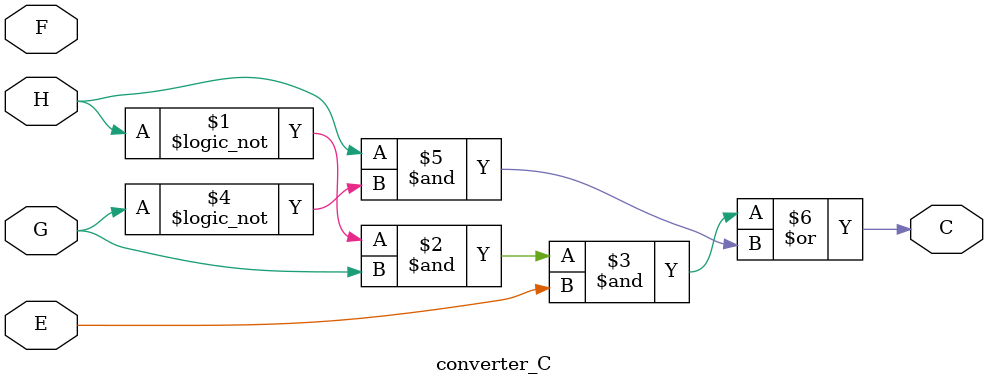
<source format=v>
module converter_C(H,G,F,E,C);
input H,G,F,E;
output C;


assign C = (!H & G & E)| (H& !G);


endmodule

</source>
